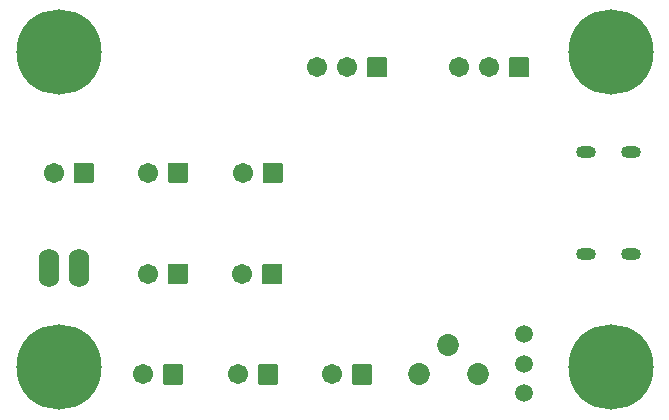
<source format=gbr>
%TF.GenerationSoftware,KiCad,Pcbnew,(5.1.10)-1*%
%TF.CreationDate,2022-12-17T00:46:14+09:00*%
%TF.ProjectId,USB_JST-XH_Converter,5553425f-4a53-4542-9d58-485f436f6e76,rev?*%
%TF.SameCoordinates,Original*%
%TF.FileFunction,Soldermask,Bot*%
%TF.FilePolarity,Negative*%
%FSLAX46Y46*%
G04 Gerber Fmt 4.6, Leading zero omitted, Abs format (unit mm)*
G04 Created by KiCad (PCBNEW (5.1.10)-1) date 2022-12-17 00:46:14*
%MOMM*%
%LPD*%
G01*
G04 APERTURE LIST*
%ADD10C,7.213600*%
%ADD11C,3.200000*%
%ADD12O,1.700000X1.000000*%
%ADD13C,1.711200*%
%ADD14C,1.511200*%
%ADD15C,1.853200*%
%ADD16O,1.727200X3.251200*%
G04 APERTURE END LIST*
D10*
%TO.C,H1*%
X125131100Y-91628600D03*
D11*
X125131100Y-91628600D03*
%TD*%
D10*
%TO.C,H4*%
X171871100Y-118328600D03*
D11*
X171871100Y-118328600D03*
%TD*%
D12*
%TO.C,USB1*%
X169771100Y-108748600D03*
X173571100Y-108748600D03*
X173571100Y-100108600D03*
X169771100Y-100108600D03*
%TD*%
%TO.C,PORT1*%
G36*
G01*
X126398400Y-102608000D02*
X126398400Y-101100000D01*
G75*
G02*
X126500000Y-100998400I101600J0D01*
G01*
X128008000Y-100998400D01*
G75*
G02*
X128109600Y-101100000I0J-101600D01*
G01*
X128109600Y-102608000D01*
G75*
G02*
X128008000Y-102709600I-101600J0D01*
G01*
X126500000Y-102709600D01*
G75*
G02*
X126398400Y-102608000I0J101600D01*
G01*
G37*
D13*
X124714000Y-101854000D03*
%TD*%
%TO.C,PORT2*%
G36*
G01*
X134375500Y-102608000D02*
X134375500Y-101100000D01*
G75*
G02*
X134477100Y-100998400I101600J0D01*
G01*
X135985100Y-100998400D01*
G75*
G02*
X136086700Y-101100000I0J-101600D01*
G01*
X136086700Y-102608000D01*
G75*
G02*
X135985100Y-102709600I-101600J0D01*
G01*
X134477100Y-102709600D01*
G75*
G02*
X134375500Y-102608000I0J101600D01*
G01*
G37*
X132691100Y-101854000D03*
%TD*%
%TO.C,PORT3*%
G36*
G01*
X142400400Y-102608000D02*
X142400400Y-101100000D01*
G75*
G02*
X142502000Y-100998400I101600J0D01*
G01*
X144010000Y-100998400D01*
G75*
G02*
X144111600Y-101100000I0J-101600D01*
G01*
X144111600Y-102608000D01*
G75*
G02*
X144010000Y-102709600I-101600J0D01*
G01*
X142502000Y-102709600D01*
G75*
G02*
X142400400Y-102608000I0J101600D01*
G01*
G37*
X140716000Y-101854000D03*
%TD*%
%TO.C,PORT4*%
G36*
G01*
X134385500Y-111172600D02*
X134385500Y-109664600D01*
G75*
G02*
X134487100Y-109563000I101600J0D01*
G01*
X135995100Y-109563000D01*
G75*
G02*
X136096700Y-109664600I0J-101600D01*
G01*
X136096700Y-111172600D01*
G75*
G02*
X135995100Y-111274200I-101600J0D01*
G01*
X134487100Y-111274200D01*
G75*
G02*
X134385500Y-111172600I0J101600D01*
G01*
G37*
X132701100Y-110418600D03*
%TD*%
%TO.C,PORT5*%
G36*
G01*
X142375500Y-111202600D02*
X142375500Y-109694600D01*
G75*
G02*
X142477100Y-109593000I101600J0D01*
G01*
X143985100Y-109593000D01*
G75*
G02*
X144086700Y-109694600I0J-101600D01*
G01*
X144086700Y-111202600D01*
G75*
G02*
X143985100Y-111304200I-101600J0D01*
G01*
X142477100Y-111304200D01*
G75*
G02*
X142375500Y-111202600I0J101600D01*
G01*
G37*
X140691100Y-110448600D03*
%TD*%
D14*
%TO.C,SW1*%
X164571100Y-120518600D03*
X164571100Y-115518600D03*
X164571100Y-118018600D03*
%TD*%
D10*
%TO.C,H2*%
X125131100Y-118328600D03*
D11*
X125131100Y-118328600D03*
%TD*%
D10*
%TO.C,H3*%
X171871100Y-91628600D03*
D11*
X171871100Y-91628600D03*
%TD*%
%TO.C,SWITCH*%
G36*
G01*
X133985500Y-119682600D02*
X133985500Y-118174600D01*
G75*
G02*
X134087100Y-118073000I101600J0D01*
G01*
X135595100Y-118073000D01*
G75*
G02*
X135696700Y-118174600I0J-101600D01*
G01*
X135696700Y-119682600D01*
G75*
G02*
X135595100Y-119784200I-101600J0D01*
G01*
X134087100Y-119784200D01*
G75*
G02*
X133985500Y-119682600I0J101600D01*
G01*
G37*
D13*
X132301100Y-118928600D03*
%TD*%
%TO.C,CTRL*%
G36*
G01*
X141985500Y-119682600D02*
X141985500Y-118174600D01*
G75*
G02*
X142087100Y-118073000I101600J0D01*
G01*
X143595100Y-118073000D01*
G75*
G02*
X143696700Y-118174600I0J-101600D01*
G01*
X143696700Y-119682600D01*
G75*
G02*
X143595100Y-119784200I-101600J0D01*
G01*
X142087100Y-119784200D01*
G75*
G02*
X141985500Y-119682600I0J101600D01*
G01*
G37*
X140301100Y-118928600D03*
%TD*%
%TO.C,CTRLSP*%
G36*
G01*
X149985500Y-119682600D02*
X149985500Y-118174600D01*
G75*
G02*
X150087100Y-118073000I101600J0D01*
G01*
X151595100Y-118073000D01*
G75*
G02*
X151696700Y-118174600I0J-101600D01*
G01*
X151696700Y-119682600D01*
G75*
G02*
X151595100Y-119784200I-101600J0D01*
G01*
X150087100Y-119784200D01*
G75*
G02*
X149985500Y-119682600I0J101600D01*
G01*
G37*
X148301100Y-118928600D03*
%TD*%
D15*
%TO.C,TP1*%
X155621100Y-118928600D03*
X158121100Y-116428600D03*
X160621100Y-118928600D03*
%TD*%
D16*
%TO.C,JP1*%
X124301100Y-109928600D03*
X126841100Y-109928600D03*
%TD*%
%TO.C,POWER*%
G36*
G01*
X151255500Y-93682600D02*
X151255500Y-92174600D01*
G75*
G02*
X151357100Y-92073000I101600J0D01*
G01*
X152865100Y-92073000D01*
G75*
G02*
X152966700Y-92174600I0J-101600D01*
G01*
X152966700Y-93682600D01*
G75*
G02*
X152865100Y-93784200I-101600J0D01*
G01*
X151357100Y-93784200D01*
G75*
G02*
X151255500Y-93682600I0J101600D01*
G01*
G37*
D13*
X149571100Y-92928600D03*
X147031100Y-92928600D03*
%TD*%
%TO.C,THRU*%
G36*
G01*
X163255500Y-93682600D02*
X163255500Y-92174600D01*
G75*
G02*
X163357100Y-92073000I101600J0D01*
G01*
X164865100Y-92073000D01*
G75*
G02*
X164966700Y-92174600I0J-101600D01*
G01*
X164966700Y-93682600D01*
G75*
G02*
X164865100Y-93784200I-101600J0D01*
G01*
X163357100Y-93784200D01*
G75*
G02*
X163255500Y-93682600I0J101600D01*
G01*
G37*
X161571100Y-92928600D03*
X159031100Y-92928600D03*
%TD*%
M02*

</source>
